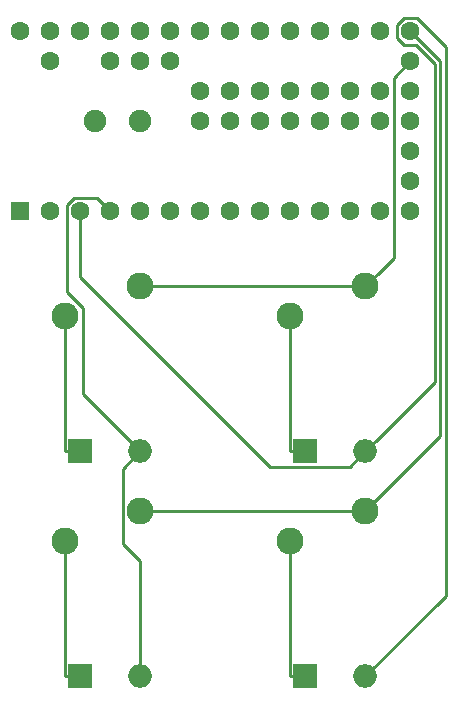
<source format=gbr>
G04 #@! TF.GenerationSoftware,KiCad,Pcbnew,(5.0.1-3-g963ef8bb5)*
G04 #@! TF.CreationDate,2018-12-19T18:05:48-08:00*
G04 #@! TF.ProjectId,snacky44,736E61636B7934342E6B696361645F70,rev?*
G04 #@! TF.SameCoordinates,Original*
G04 #@! TF.FileFunction,Copper,L1,Top,Signal*
G04 #@! TF.FilePolarity,Positive*
%FSLAX46Y46*%
G04 Gerber Fmt 4.6, Leading zero omitted, Abs format (unit mm)*
G04 Created by KiCad (PCBNEW (5.0.1-3-g963ef8bb5)) date Wednesday, December 19, 2018 at 06:05:48 PM*
%MOMM*%
%LPD*%
G01*
G04 APERTURE LIST*
G04 #@! TA.AperFunction,ComponentPad*
%ADD10R,2.000000X2.000000*%
G04 #@! TD*
G04 #@! TA.AperFunction,ComponentPad*
%ADD11O,2.000000X2.000000*%
G04 #@! TD*
G04 #@! TA.AperFunction,ComponentPad*
%ADD12C,2.286000*%
G04 #@! TD*
G04 #@! TA.AperFunction,ComponentPad*
%ADD13C,1.900000*%
G04 #@! TD*
G04 #@! TA.AperFunction,ComponentPad*
%ADD14C,1.600000*%
G04 #@! TD*
G04 #@! TA.AperFunction,ComponentPad*
%ADD15R,1.600000X1.600000*%
G04 #@! TD*
G04 #@! TA.AperFunction,Conductor*
%ADD16C,0.250000*%
G04 #@! TD*
G04 APERTURE END LIST*
D10*
G04 #@! TO.P,D1,1*
G04 #@! TO.N,Net-(D1-Pad1)*
X142240000Y-140970000D03*
D11*
G04 #@! TO.P,D1,2*
G04 #@! TO.N,Net-(D1-Pad2)*
X147320000Y-140970000D03*
G04 #@! TD*
D10*
G04 #@! TO.P,D2,1*
G04 #@! TO.N,Net-(D2-Pad1)*
X161290000Y-140970000D03*
D11*
G04 #@! TO.P,D2,2*
G04 #@! TO.N,Net-(D2-Pad2)*
X166370000Y-140970000D03*
G04 #@! TD*
G04 #@! TO.P,D3,2*
G04 #@! TO.N,Net-(D2-Pad2)*
X166370000Y-160020000D03*
D10*
G04 #@! TO.P,D3,1*
G04 #@! TO.N,Net-(D3-Pad1)*
X161290000Y-160020000D03*
G04 #@! TD*
D11*
G04 #@! TO.P,D4,2*
G04 #@! TO.N,Net-(D1-Pad2)*
X147320000Y-160020000D03*
D10*
G04 #@! TO.P,D4,1*
G04 #@! TO.N,Net-(D4-Pad1)*
X142240000Y-160020000D03*
G04 #@! TD*
D12*
G04 #@! TO.P,K1,2*
G04 #@! TO.N,Net-(D1-Pad1)*
X140970000Y-129540000D03*
G04 #@! TO.P,K1,1*
G04 #@! TO.N,Net-(K1-Pad1)*
X147320000Y-127000000D03*
G04 #@! TD*
G04 #@! TO.P,K2,2*
G04 #@! TO.N,Net-(D2-Pad1)*
X160020000Y-129540000D03*
G04 #@! TO.P,K2,1*
G04 #@! TO.N,Net-(K1-Pad1)*
X166370000Y-127000000D03*
G04 #@! TD*
G04 #@! TO.P,K3,1*
G04 #@! TO.N,Net-(K3-Pad1)*
X166370000Y-146050000D03*
G04 #@! TO.P,K3,2*
G04 #@! TO.N,Net-(D3-Pad1)*
X160020000Y-148590000D03*
G04 #@! TD*
G04 #@! TO.P,K4,1*
G04 #@! TO.N,Net-(K3-Pad1)*
X147320000Y-146050000D03*
G04 #@! TO.P,K4,2*
G04 #@! TO.N,Net-(D4-Pad1)*
X140970000Y-148590000D03*
G04 #@! TD*
D13*
G04 #@! TO.P,U1,52*
G04 #@! TO.N,Net-(U1-Pad52)*
X143510000Y-113030000D03*
X147320000Y-113030000D03*
D14*
G04 #@! TO.P,U1,51*
G04 #@! TO.N,Net-(U1-Pad51)*
X152400000Y-110490000D03*
G04 #@! TO.P,U1,50*
G04 #@! TO.N,Net-(U1-Pad50)*
X154940000Y-110490000D03*
G04 #@! TO.P,U1,49*
G04 #@! TO.N,Net-(U1-Pad49)*
X157480000Y-110490000D03*
G04 #@! TO.P,U1,48*
G04 #@! TO.N,Net-(U1-Pad48)*
X160020000Y-110490000D03*
G04 #@! TO.P,U1,47*
G04 #@! TO.N,Net-(U1-Pad47)*
X162560000Y-110490000D03*
G04 #@! TO.P,U1,46*
G04 #@! TO.N,Net-(U1-Pad46)*
X165100000Y-110490000D03*
G04 #@! TO.P,U1,45*
G04 #@! TO.N,Net-(U1-Pad45)*
X167640000Y-110490000D03*
G04 #@! TO.P,U1,44*
G04 #@! TO.N,Net-(U1-Pad44)*
X167640000Y-113030000D03*
G04 #@! TO.P,U1,43*
G04 #@! TO.N,Net-(U1-Pad43)*
X165100000Y-113030000D03*
G04 #@! TO.P,U1,42*
G04 #@! TO.N,Net-(U1-Pad42)*
X162560000Y-113030000D03*
G04 #@! TO.P,U1,41*
G04 #@! TO.N,Net-(U1-Pad41)*
X160020000Y-113030000D03*
G04 #@! TO.P,U1,40*
G04 #@! TO.N,Net-(U1-Pad40)*
X157480000Y-113030000D03*
G04 #@! TO.P,U1,39*
G04 #@! TO.N,Net-(U1-Pad39)*
X154940000Y-113030000D03*
G04 #@! TO.P,U1,38*
G04 #@! TO.N,Net-(U1-Pad38)*
X152400000Y-113030000D03*
D15*
G04 #@! TO.P,U1,1*
G04 #@! TO.N,Net-(U1-Pad1)*
X137160000Y-120650000D03*
D14*
G04 #@! TO.P,U1,2*
G04 #@! TO.N,N/C*
X139700000Y-120650000D03*
G04 #@! TO.P,U1,3*
G04 #@! TO.N,Net-(D2-Pad2)*
X142240000Y-120650000D03*
G04 #@! TO.P,U1,4*
G04 #@! TO.N,Net-(D1-Pad2)*
X144780000Y-120650000D03*
G04 #@! TO.P,U1,5*
G04 #@! TO.N,Net-(U1-Pad5)*
X147320000Y-120650000D03*
G04 #@! TO.P,U1,6*
G04 #@! TO.N,Net-(U1-Pad6)*
X149860000Y-120650000D03*
G04 #@! TO.P,U1,7*
G04 #@! TO.N,Net-(U1-Pad7)*
X152400000Y-120650000D03*
G04 #@! TO.P,U1,8*
G04 #@! TO.N,Net-(U1-Pad8)*
X154940000Y-120650000D03*
G04 #@! TO.P,U1,9*
G04 #@! TO.N,Net-(U1-Pad9)*
X157480000Y-120650000D03*
G04 #@! TO.P,U1,10*
G04 #@! TO.N,Net-(U1-Pad10)*
X160020000Y-120650000D03*
G04 #@! TO.P,U1,11*
G04 #@! TO.N,Net-(U1-Pad11)*
X162560000Y-120650000D03*
G04 #@! TO.P,U1,12*
G04 #@! TO.N,Net-(U1-Pad12)*
X165100000Y-120650000D03*
G04 #@! TO.P,U1,13*
G04 #@! TO.N,Net-(U1-Pad13)*
X167640000Y-120650000D03*
G04 #@! TO.P,U1,37*
G04 #@! TO.N,Net-(U1-Pad37)*
X149860000Y-107950000D03*
G04 #@! TO.P,U1,36*
G04 #@! TO.N,Net-(U1-Pad36)*
X147320000Y-107950000D03*
G04 #@! TO.P,U1,35*
G04 #@! TO.N,Net-(U1-Pad35)*
X144780000Y-107950000D03*
G04 #@! TO.P,U1,34*
G04 #@! TO.N,Net-(U1-Pad34)*
X139700000Y-107950000D03*
G04 #@! TO.P,U1,33*
G04 #@! TO.N,Net-(U1-Pad33)*
X137160000Y-105410000D03*
G04 #@! TO.P,U1,32*
G04 #@! TO.N,Net-(U1-Pad32)*
X139700000Y-105410000D03*
G04 #@! TO.P,U1,31*
G04 #@! TO.N,Net-(U1-Pad31)*
X142240000Y-105410000D03*
G04 #@! TO.P,U1,30*
G04 #@! TO.N,Net-(U1-Pad30)*
X144780000Y-105410000D03*
G04 #@! TO.P,U1,29*
G04 #@! TO.N,Net-(U1-Pad29)*
X147320000Y-105410000D03*
G04 #@! TO.P,U1,28*
G04 #@! TO.N,Net-(U1-Pad28)*
X149860000Y-105410000D03*
G04 #@! TO.P,U1,27*
G04 #@! TO.N,Net-(U1-Pad27)*
X152400000Y-105410000D03*
G04 #@! TO.P,U1,26*
G04 #@! TO.N,Net-(U1-Pad26)*
X154940000Y-105410000D03*
G04 #@! TO.P,U1,25*
G04 #@! TO.N,Net-(U1-Pad25)*
X157480000Y-105410000D03*
G04 #@! TO.P,U1,24*
G04 #@! TO.N,Net-(U1-Pad24)*
X160020000Y-105410000D03*
G04 #@! TO.P,U1,23*
G04 #@! TO.N,Net-(U1-Pad23)*
X162560000Y-105410000D03*
G04 #@! TO.P,U1,22*
G04 #@! TO.N,Net-(U1-Pad22)*
X165100000Y-105410000D03*
G04 #@! TO.P,U1,21*
G04 #@! TO.N,Net-(U1-Pad21)*
X167640000Y-105410000D03*
G04 #@! TO.P,U1,14*
G04 #@! TO.N,Net-(U1-Pad14)*
X170180000Y-120650000D03*
G04 #@! TO.P,U1,15*
G04 #@! TO.N,Net-(U1-Pad15)*
X170180000Y-118110000D03*
G04 #@! TO.P,U1,16*
G04 #@! TO.N,Net-(U1-Pad16)*
X170180000Y-115570000D03*
G04 #@! TO.P,U1,20*
G04 #@! TO.N,Net-(K3-Pad1)*
X170180000Y-105410000D03*
G04 #@! TO.P,U1,19*
G04 #@! TO.N,Net-(K1-Pad1)*
X170180000Y-107950000D03*
G04 #@! TO.P,U1,18*
G04 #@! TO.N,Net-(U1-Pad18)*
X170180000Y-110490000D03*
G04 #@! TO.P,U1,17*
G04 #@! TO.N,Net-(U1-Pad17)*
X170180000Y-113030000D03*
G04 #@! TD*
D16*
G04 #@! TO.N,Net-(D1-Pad1)*
X140990000Y-140970000D02*
X142240000Y-140970000D01*
X140970000Y-140950000D02*
X140990000Y-140970000D01*
X140970000Y-129540000D02*
X140970000Y-140950000D01*
G04 #@! TO.N,Net-(D1-Pad2)*
X147320000Y-158605787D02*
X147320000Y-160020000D01*
X147320000Y-150279100D02*
X147320000Y-158605787D01*
X145851999Y-142438001D02*
X145851999Y-148811099D01*
X145851999Y-148811099D02*
X147320000Y-150279100D01*
X147320000Y-140970000D02*
X145851999Y-142438001D01*
X142461099Y-128858457D02*
X142461099Y-136111099D01*
X146320001Y-139970001D02*
X147320000Y-140970000D01*
X141114999Y-127512357D02*
X142461099Y-128858457D01*
X141114999Y-120109999D02*
X141114999Y-127512357D01*
X141699999Y-119524999D02*
X141114999Y-120109999D01*
X143654999Y-119524999D02*
X141699999Y-119524999D01*
X142461099Y-136111099D02*
X146320001Y-139970001D01*
X144780000Y-120650000D02*
X143654999Y-119524999D01*
G04 #@! TO.N,Net-(K1-Pad1)*
X147320000Y-127000000D02*
X166370000Y-127000000D01*
X167512999Y-125857001D02*
X166370000Y-127000000D01*
X168765001Y-124604999D02*
X167512999Y-125857001D01*
X168765001Y-109364999D02*
X168765001Y-124604999D01*
X170180000Y-107950000D02*
X168765001Y-109364999D01*
G04 #@! TO.N,Net-(D2-Pad1)*
X160040000Y-140970000D02*
X161290000Y-140970000D01*
X160020000Y-140950000D02*
X160040000Y-140970000D01*
X160020000Y-129540000D02*
X160020000Y-140950000D01*
G04 #@! TO.N,Net-(D2-Pad2)*
X142240000Y-121781370D02*
X142240000Y-120650000D01*
X142240000Y-126200334D02*
X142240000Y-121781370D01*
X158334667Y-142295001D02*
X142240000Y-126200334D01*
X165044999Y-142295001D02*
X158334667Y-142295001D01*
X166370000Y-140970000D02*
X165044999Y-142295001D01*
X167369999Y-139970001D02*
X166370000Y-140970000D01*
X172269990Y-135070010D02*
X167369999Y-139970001D01*
X172269990Y-108136400D02*
X172269990Y-135070010D01*
X170668591Y-106535001D02*
X172269990Y-108136400D01*
X169639999Y-106535001D02*
X170668591Y-106535001D01*
X169054999Y-105950001D02*
X169639999Y-106535001D01*
X169054999Y-104869999D02*
X169054999Y-105950001D01*
X169639999Y-104284999D02*
X169054999Y-104869999D01*
X170720001Y-104284999D02*
X169639999Y-104284999D01*
X173170009Y-106735007D02*
X170720001Y-104284999D01*
X173170009Y-153219991D02*
X173170009Y-106735007D01*
X166370000Y-160020000D02*
X173170009Y-153219991D01*
G04 #@! TO.N,Net-(D3-Pad1)*
X160040000Y-160020000D02*
X161290000Y-160020000D01*
X160020000Y-160000000D02*
X160040000Y-160020000D01*
X160020000Y-148590000D02*
X160020000Y-160000000D01*
G04 #@! TO.N,Net-(D4-Pad1)*
X140990000Y-160020000D02*
X142240000Y-160020000D01*
X140970000Y-160000000D02*
X140990000Y-160020000D01*
X140970000Y-148590000D02*
X140970000Y-160000000D01*
G04 #@! TO.N,Net-(K3-Pad1)*
X147320000Y-146050000D02*
X166370000Y-146050000D01*
X170979999Y-106209999D02*
X170180000Y-105410000D01*
X172720000Y-139700000D02*
X172720000Y-107950000D01*
X172720000Y-107950000D02*
X170979999Y-106209999D01*
X166370000Y-146050000D02*
X172720000Y-139700000D01*
G04 #@! TD*
M02*

</source>
